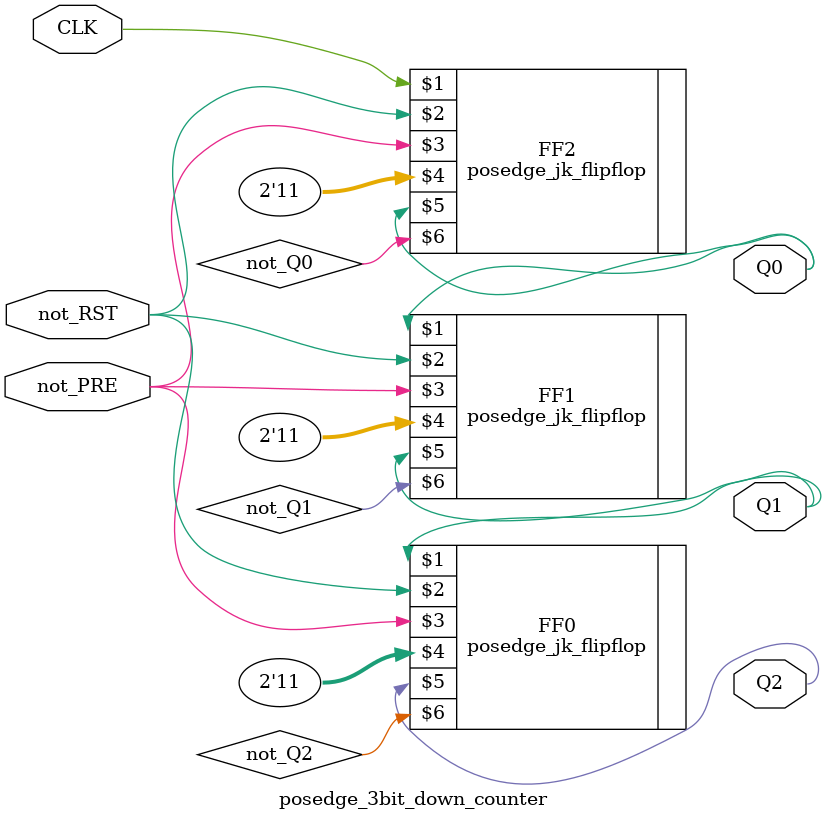
<source format=sv>

module posedge_3bit_down_counter(CLK, not_RST, not_PRE, Q0, Q1, Q2);
    input CLK, not_RST, not_PRE;
    output reg Q0, Q1, Q2;
    wire not_Q0, not_Q1, not_Q2;

    posedge_jk_flipflop FF2(CLK, not_RST, not_PRE, 2'b11, Q0, not_Q0);
    posedge_jk_flipflop FF1(Q0, not_RST, not_PRE, 2'b11, Q1, not_Q1);
    posedge_jk_flipflop FF0(Q1, not_RST, not_PRE, 2'b11, Q2, not_Q2);
endmodule

</source>
